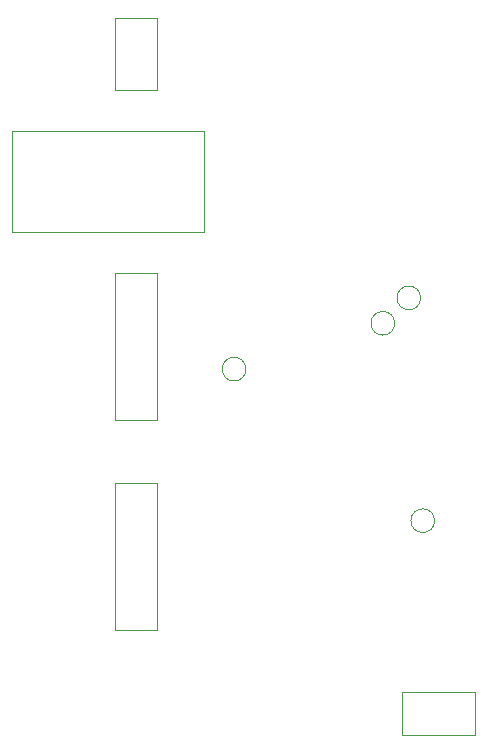
<source format=gbr>
G04 #@! TF.GenerationSoftware,KiCad,Pcbnew,7.0.11-7.0.11~ubuntu23.10.1*
G04 #@! TF.CreationDate,2024-06-16T14:32:52+02:00*
G04 #@! TF.ProjectId,WiRoc_NanoPi,5769526f-635f-44e6-916e-6f50692e6b69,rev?*
G04 #@! TF.SameCoordinates,Original*
G04 #@! TF.FileFunction,Other,User*
%FSLAX46Y46*%
G04 Gerber Fmt 4.6, Leading zero omitted, Abs format (unit mm)*
G04 Created by KiCad (PCBNEW 7.0.11-7.0.11~ubuntu23.10.1) date 2024-06-16 14:32:52*
%MOMM*%
%LPD*%
G01*
G04 APERTURE LIST*
%ADD10C,0.050000*%
G04 APERTURE END LIST*
D10*
G04 #@! TO.C,TP4*
X26060000Y33520000D02*
G75*
G03*
X24060000Y33520000I-1000000J0D01*
G01*
X24060000Y33520000D02*
G75*
G03*
X26060000Y33520000I1000000J0D01*
G01*
G04 #@! TO.C,SW1*
X24480000Y-3470000D02*
X24480000Y130000D01*
X30630000Y-3470000D02*
X24480000Y-3470000D01*
X24480000Y130000D02*
X30630000Y130000D01*
X30630000Y130000D02*
X30630000Y-3470000D01*
G04 #@! TO.C,J9*
X-8550000Y47657800D02*
X7750000Y47657800D01*
X-8550000Y47657800D02*
X-8550000Y39057800D01*
X7750000Y39057800D02*
X7750000Y47657800D01*
X7750000Y39057800D02*
X-8550000Y39057800D01*
G04 #@! TO.C,TP3*
X23860000Y31369000D02*
G75*
G03*
X21860000Y31369000I-1000000J0D01*
G01*
X21860000Y31369000D02*
G75*
G03*
X23860000Y31369000I1000000J0D01*
G01*
G04 #@! TO.C,J10*
X3750000Y23205000D02*
X3750000Y35655000D01*
X3750000Y35655000D02*
X200000Y35655000D01*
X200000Y23205000D02*
X3750000Y23205000D01*
X200000Y35655000D02*
X200000Y23205000D01*
G04 #@! TO.C,J4*
X3750000Y5425000D02*
X3750000Y17875000D01*
X3750000Y17875000D02*
X200000Y17875000D01*
X200000Y5425000D02*
X3750000Y5425000D01*
X200000Y17875000D02*
X200000Y5425000D01*
G04 #@! TO.C,J5*
X3750000Y51145000D02*
X3750000Y57245000D01*
X3750000Y57245000D02*
X200000Y57245000D01*
X200000Y51145000D02*
X3750000Y51145000D01*
X200000Y57245000D02*
X200000Y51145000D01*
G04 #@! TO.C,TP6*
X27238200Y14655800D02*
G75*
G03*
X25238200Y14655800I-1000000J0D01*
G01*
X25238200Y14655800D02*
G75*
G03*
X27238200Y14655800I1000000J0D01*
G01*
G04 #@! TO.C,TP5*
X11261600Y27482800D02*
G75*
G03*
X9261600Y27482800I-1000000J0D01*
G01*
X9261600Y27482800D02*
G75*
G03*
X11261600Y27482800I1000000J0D01*
G01*
G04 #@! TD*
M02*

</source>
